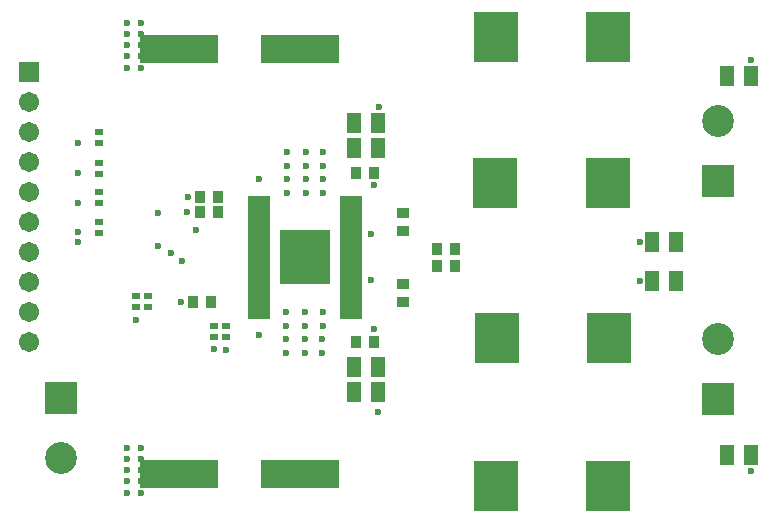
<source format=gts>
G04*
G04 #@! TF.GenerationSoftware,Altium Limited,Altium Designer,23.1.1 (15)*
G04*
G04 Layer_Color=8388736*
%FSLAX44Y44*%
%MOMM*%
G71*
G04*
G04 #@! TF.SameCoordinates,268351B6-6D58-47A7-88F6-7EDC03A6DC4B*
G04*
G04*
G04 #@! TF.FilePolarity,Negative*
G04*
G01*
G75*
%ADD22R,0.7450X0.5672*%
%ADD23R,6.6016X2.4016*%
%ADD24R,3.7032X4.2032*%
%ADD25R,1.0090X0.8820*%
%ADD26R,0.8820X1.0090*%
%ADD27R,0.7550X0.5772*%
%ADD28R,4.3132X4.5632*%
%ADD29R,1.8782X0.6532*%
%ADD30R,1.1560X1.6640*%
%ADD31C,1.7032*%
%ADD32R,1.7032X1.7032*%
%ADD33R,2.7032X2.7032*%
%ADD34C,2.7032*%
%ADD35C,0.6000*%
D22*
X82900Y359177D02*
D03*
Y349779D02*
D03*
Y333602D02*
D03*
Y324204D02*
D03*
Y308653D02*
D03*
Y299255D02*
D03*
Y283195D02*
D03*
Y273797D02*
D03*
X124460Y220599D02*
D03*
Y211201D02*
D03*
X114300D02*
D03*
Y220599D02*
D03*
D23*
X252578Y430000D02*
D03*
X150582D02*
D03*
Y70206D02*
D03*
X252578D02*
D03*
D24*
X418994Y440000D02*
D03*
X513994D02*
D03*
X419858Y184912D02*
D03*
X514858D02*
D03*
X418334Y316484D02*
D03*
X513334D02*
D03*
X418994Y60000D02*
D03*
X513994D02*
D03*
D25*
X340000Y215380D02*
D03*
Y230620D02*
D03*
X340000Y290874D02*
D03*
Y275634D02*
D03*
D26*
X177545Y215510D02*
D03*
X162305D02*
D03*
X183388Y291510D02*
D03*
X168148D02*
D03*
X183386Y304510D02*
D03*
X168146D02*
D03*
X300228Y181356D02*
D03*
X315468D02*
D03*
X384302Y260788D02*
D03*
X369062D02*
D03*
X384302Y246126D02*
D03*
X369062D02*
D03*
X299974Y325120D02*
D03*
X315214D02*
D03*
D27*
X179620Y185926D02*
D03*
Y195324D02*
D03*
X190541Y185799D02*
D03*
Y195197D02*
D03*
D28*
X256730Y253510D02*
D03*
D29*
X295610Y302260D02*
D03*
Y295760D02*
D03*
Y289260D02*
D03*
Y282760D02*
D03*
Y276260D02*
D03*
Y269760D02*
D03*
Y263260D02*
D03*
Y256760D02*
D03*
Y250260D02*
D03*
Y243760D02*
D03*
Y237260D02*
D03*
Y230760D02*
D03*
Y224260D02*
D03*
Y217760D02*
D03*
Y211260D02*
D03*
Y204760D02*
D03*
X217850D02*
D03*
Y211260D02*
D03*
Y217760D02*
D03*
Y224260D02*
D03*
Y230760D02*
D03*
Y237260D02*
D03*
Y243760D02*
D03*
Y250260D02*
D03*
Y256760D02*
D03*
Y263260D02*
D03*
Y269760D02*
D03*
Y276260D02*
D03*
Y282760D02*
D03*
Y289260D02*
D03*
Y295760D02*
D03*
Y302260D02*
D03*
D30*
X319278Y160782D02*
D03*
X298958D02*
D03*
X319182Y139700D02*
D03*
X298862D02*
D03*
X319230Y366776D02*
D03*
X298910D02*
D03*
X319232Y345694D02*
D03*
X298912D02*
D03*
X551180Y266484D02*
D03*
X571500D02*
D03*
X634697Y86106D02*
D03*
X614377D02*
D03*
X551180Y232918D02*
D03*
X571500D02*
D03*
X634492Y407162D02*
D03*
X614172D02*
D03*
D31*
X23000Y232200D02*
D03*
Y257600D02*
D03*
Y384600D02*
D03*
Y359200D02*
D03*
Y333800D02*
D03*
Y308400D02*
D03*
Y283000D02*
D03*
Y181400D02*
D03*
Y206800D02*
D03*
D32*
Y410000D02*
D03*
D33*
X50800Y134620D02*
D03*
X607060Y133604D02*
D03*
Y317754D02*
D03*
D34*
X50800Y83820D02*
D03*
X607060Y184404D02*
D03*
Y368554D02*
D03*
D35*
X241712Y308012D02*
D03*
X257492D02*
D03*
X272342D02*
D03*
Y319320D02*
D03*
X257492D02*
D03*
X241712D02*
D03*
X242062Y342138D02*
D03*
X257842D02*
D03*
X272692D02*
D03*
Y330831D02*
D03*
X257842D02*
D03*
X242062D02*
D03*
X241300Y195500D02*
D03*
X257080D02*
D03*
X271930D02*
D03*
Y206808D02*
D03*
X257080D02*
D03*
X241300D02*
D03*
X240950Y183989D02*
D03*
X256730D02*
D03*
X271580D02*
D03*
Y172682D02*
D03*
X256730D02*
D03*
X240950D02*
D03*
X132363Y263173D02*
D03*
X143256Y257048D02*
D03*
X132363Y291084D02*
D03*
X315850Y192498D02*
D03*
X319182Y122718D02*
D03*
X64523Y265935D02*
D03*
X64516Y350047D02*
D03*
Y324844D02*
D03*
Y299641D02*
D03*
Y274437D02*
D03*
X106680Y82801D02*
D03*
X118082Y54226D02*
D03*
Y63751D02*
D03*
X106680Y73276D02*
D03*
X118082D02*
D03*
X106680Y92326D02*
D03*
X118082Y82801D02*
D03*
X106680Y63751D02*
D03*
Y54226D02*
D03*
X118082Y92326D02*
D03*
Y452120D02*
D03*
X106680Y414020D02*
D03*
Y423545D02*
D03*
X118082Y442595D02*
D03*
X106680Y452120D02*
D03*
X118082Y433070D02*
D03*
X106680D02*
D03*
X118082Y423545D02*
D03*
Y414020D02*
D03*
X106680Y442595D02*
D03*
X157352Y291508D02*
D03*
X157732Y304510D02*
D03*
X271780Y271834D02*
D03*
X256730Y272010D02*
D03*
X264160Y263202D02*
D03*
X248920D02*
D03*
X271780Y254510D02*
D03*
X256730D02*
D03*
X264160Y246010D02*
D03*
X248920D02*
D03*
X241300Y272010D02*
D03*
Y254510D02*
D03*
X271780Y237260D02*
D03*
X256730D02*
D03*
X241300D02*
D03*
X312897Y272809D02*
D03*
X312942Y234069D02*
D03*
X217850Y187488D02*
D03*
Y319532D02*
D03*
X315216Y314543D02*
D03*
X319532Y381000D02*
D03*
X114302Y200624D02*
D03*
X151728Y215508D02*
D03*
X190543Y175222D02*
D03*
X179621Y175349D02*
D03*
X634535Y72136D02*
D03*
X634433Y420624D02*
D03*
X540603Y232916D02*
D03*
X540766Y266484D02*
D03*
X164756Y276260D02*
D03*
X152746Y250352D02*
D03*
M02*

</source>
